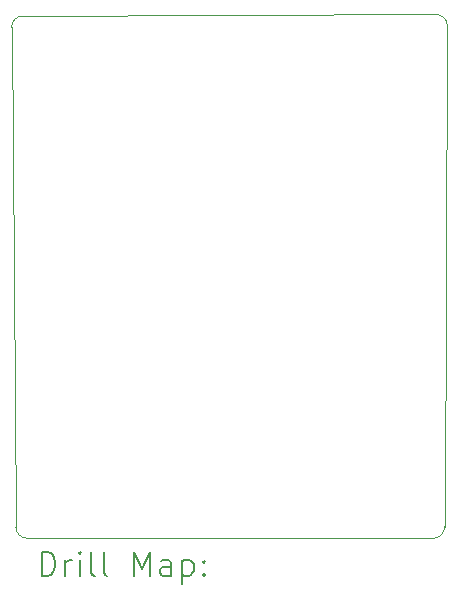
<source format=gbr>
%TF.GenerationSoftware,KiCad,Pcbnew,7.0.7*%
%TF.CreationDate,2023-12-05T02:10:34+05:30*%
%TF.ProjectId,VR 5v and 9v,56522035-7620-4616-9e64-2039762e6b69,rev?*%
%TF.SameCoordinates,Original*%
%TF.FileFunction,Drillmap*%
%TF.FilePolarity,Positive*%
%FSLAX45Y45*%
G04 Gerber Fmt 4.5, Leading zero omitted, Abs format (unit mm)*
G04 Created by KiCad (PCBNEW 7.0.7) date 2023-12-05 02:10:34*
%MOMM*%
%LPD*%
G01*
G04 APERTURE LIST*
%ADD10C,0.100000*%
%ADD11C,0.200000*%
G04 APERTURE END LIST*
D10*
X15724000Y-7306000D02*
G75*
G03*
X15627791Y-7215800I-96210J-6210D01*
G01*
X15701253Y-11554791D02*
X15724000Y-7306000D01*
X12167209Y-11651253D02*
X15604791Y-11651253D01*
X12070747Y-11554791D02*
G75*
G03*
X12167209Y-11651253I96463J1D01*
G01*
X15604791Y-11651253D02*
G75*
G03*
X15701253Y-11554791I-1J96463D01*
G01*
X15627000Y-7216000D02*
X12131000Y-7229000D01*
X12034538Y-7325462D02*
X12070747Y-11554791D01*
X12131000Y-7228998D02*
G75*
G03*
X12034538Y-7325462I0J-96462D01*
G01*
D11*
X12290314Y-11967737D02*
X12290314Y-11767737D01*
X12290314Y-11767737D02*
X12337933Y-11767737D01*
X12337933Y-11767737D02*
X12366505Y-11777261D01*
X12366505Y-11777261D02*
X12385552Y-11796308D01*
X12385552Y-11796308D02*
X12395076Y-11815356D01*
X12395076Y-11815356D02*
X12404600Y-11853451D01*
X12404600Y-11853451D02*
X12404600Y-11882023D01*
X12404600Y-11882023D02*
X12395076Y-11920118D01*
X12395076Y-11920118D02*
X12385552Y-11939165D01*
X12385552Y-11939165D02*
X12366505Y-11958213D01*
X12366505Y-11958213D02*
X12337933Y-11967737D01*
X12337933Y-11967737D02*
X12290314Y-11967737D01*
X12490314Y-11967737D02*
X12490314Y-11834404D01*
X12490314Y-11872499D02*
X12499838Y-11853451D01*
X12499838Y-11853451D02*
X12509362Y-11843927D01*
X12509362Y-11843927D02*
X12528410Y-11834404D01*
X12528410Y-11834404D02*
X12547457Y-11834404D01*
X12614124Y-11967737D02*
X12614124Y-11834404D01*
X12614124Y-11767737D02*
X12604600Y-11777261D01*
X12604600Y-11777261D02*
X12614124Y-11786785D01*
X12614124Y-11786785D02*
X12623648Y-11777261D01*
X12623648Y-11777261D02*
X12614124Y-11767737D01*
X12614124Y-11767737D02*
X12614124Y-11786785D01*
X12737933Y-11967737D02*
X12718886Y-11958213D01*
X12718886Y-11958213D02*
X12709362Y-11939165D01*
X12709362Y-11939165D02*
X12709362Y-11767737D01*
X12842695Y-11967737D02*
X12823648Y-11958213D01*
X12823648Y-11958213D02*
X12814124Y-11939165D01*
X12814124Y-11939165D02*
X12814124Y-11767737D01*
X13071267Y-11967737D02*
X13071267Y-11767737D01*
X13071267Y-11767737D02*
X13137933Y-11910594D01*
X13137933Y-11910594D02*
X13204600Y-11767737D01*
X13204600Y-11767737D02*
X13204600Y-11967737D01*
X13385552Y-11967737D02*
X13385552Y-11862975D01*
X13385552Y-11862975D02*
X13376029Y-11843927D01*
X13376029Y-11843927D02*
X13356981Y-11834404D01*
X13356981Y-11834404D02*
X13318886Y-11834404D01*
X13318886Y-11834404D02*
X13299838Y-11843927D01*
X13385552Y-11958213D02*
X13366505Y-11967737D01*
X13366505Y-11967737D02*
X13318886Y-11967737D01*
X13318886Y-11967737D02*
X13299838Y-11958213D01*
X13299838Y-11958213D02*
X13290314Y-11939165D01*
X13290314Y-11939165D02*
X13290314Y-11920118D01*
X13290314Y-11920118D02*
X13299838Y-11901070D01*
X13299838Y-11901070D02*
X13318886Y-11891546D01*
X13318886Y-11891546D02*
X13366505Y-11891546D01*
X13366505Y-11891546D02*
X13385552Y-11882023D01*
X13480791Y-11834404D02*
X13480791Y-12034404D01*
X13480791Y-11843927D02*
X13499838Y-11834404D01*
X13499838Y-11834404D02*
X13537933Y-11834404D01*
X13537933Y-11834404D02*
X13556981Y-11843927D01*
X13556981Y-11843927D02*
X13566505Y-11853451D01*
X13566505Y-11853451D02*
X13576029Y-11872499D01*
X13576029Y-11872499D02*
X13576029Y-11929642D01*
X13576029Y-11929642D02*
X13566505Y-11948689D01*
X13566505Y-11948689D02*
X13556981Y-11958213D01*
X13556981Y-11958213D02*
X13537933Y-11967737D01*
X13537933Y-11967737D02*
X13499838Y-11967737D01*
X13499838Y-11967737D02*
X13480791Y-11958213D01*
X13661743Y-11948689D02*
X13671267Y-11958213D01*
X13671267Y-11958213D02*
X13661743Y-11967737D01*
X13661743Y-11967737D02*
X13652219Y-11958213D01*
X13652219Y-11958213D02*
X13661743Y-11948689D01*
X13661743Y-11948689D02*
X13661743Y-11967737D01*
X13661743Y-11843927D02*
X13671267Y-11853451D01*
X13671267Y-11853451D02*
X13661743Y-11862975D01*
X13661743Y-11862975D02*
X13652219Y-11853451D01*
X13652219Y-11853451D02*
X13661743Y-11843927D01*
X13661743Y-11843927D02*
X13661743Y-11862975D01*
M02*

</source>
